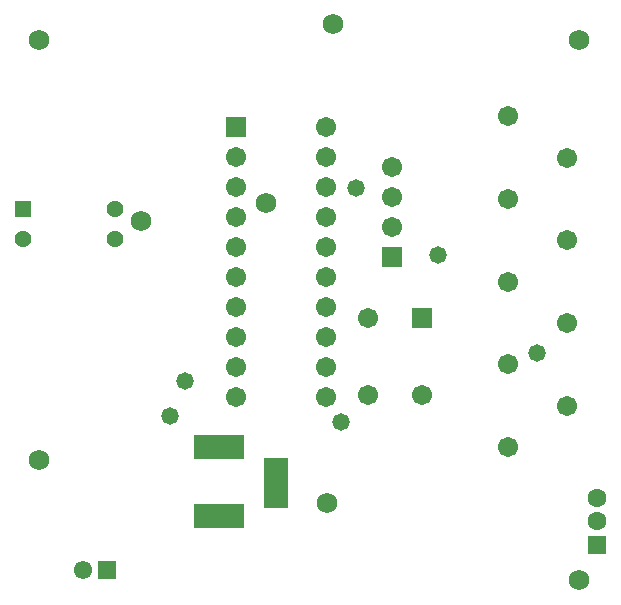
<source format=gbs>
G04*
G04 #@! TF.GenerationSoftware,Altium Limited,Altium Designer,19.1.7 (138)*
G04*
G04 Layer_Color=16711935*
%FSLAX25Y25*%
%MOIN*%
G70*
G01*
G75*
%ADD31R,0.06706X0.06706*%
%ADD32R,0.06706X0.06706*%
%ADD34R,0.16548X0.07887*%
%ADD35R,0.07887X0.16548*%
%ADD36R,0.06115X0.06115*%
%ADD37C,0.06115*%
%ADD38C,0.06800*%
%ADD39C,0.05642*%
%ADD40R,0.05642X0.05642*%
%ADD41C,0.06706*%
%ADD42R,0.06312X0.06312*%
%ADD43C,0.06312*%
%ADD44C,0.05800*%
D31*
X127500Y117929D02*
D03*
X137500Y97520D02*
D03*
D32*
X75493Y160976D02*
D03*
D34*
X70000Y54429D02*
D03*
Y31594D02*
D03*
D35*
X88898Y42618D02*
D03*
D36*
X32500Y13429D02*
D03*
D37*
X24626D02*
D03*
D38*
X85529Y135929D02*
D03*
X10000Y50000D02*
D03*
X106000Y35929D02*
D03*
X108000Y195429D02*
D03*
X44000Y129929D02*
D03*
X190000Y190000D02*
D03*
Y10000D02*
D03*
X10000Y190000D02*
D03*
D39*
X35256Y133929D02*
D03*
Y123929D02*
D03*
X4744D02*
D03*
D40*
Y133929D02*
D03*
D41*
X166315Y54472D02*
D03*
X186000Y68252D02*
D03*
X166315Y82032D02*
D03*
X186000Y95811D02*
D03*
X166315Y109591D02*
D03*
X186000Y123370D02*
D03*
X166315Y137150D02*
D03*
X186000Y150929D02*
D03*
X166315Y164709D02*
D03*
X127500Y147929D02*
D03*
Y137929D02*
D03*
Y127929D02*
D03*
X119783Y97520D02*
D03*
Y71929D02*
D03*
X137500D02*
D03*
X75493Y150976D02*
D03*
Y140976D02*
D03*
Y130976D02*
D03*
Y120976D02*
D03*
Y110976D02*
D03*
Y100976D02*
D03*
Y90976D02*
D03*
Y80976D02*
D03*
Y70976D02*
D03*
X105493Y160976D02*
D03*
Y150976D02*
D03*
Y140976D02*
D03*
Y130976D02*
D03*
Y120976D02*
D03*
Y110976D02*
D03*
Y100976D02*
D03*
Y90976D02*
D03*
Y80976D02*
D03*
Y70976D02*
D03*
D42*
X196000Y21779D02*
D03*
D43*
Y29653D02*
D03*
Y37527D02*
D03*
D44*
X110500Y62929D02*
D03*
X176000Y85929D02*
D03*
X143000Y118429D02*
D03*
X53500Y64929D02*
D03*
X58500Y76429D02*
D03*
X115500Y140929D02*
D03*
M02*

</source>
